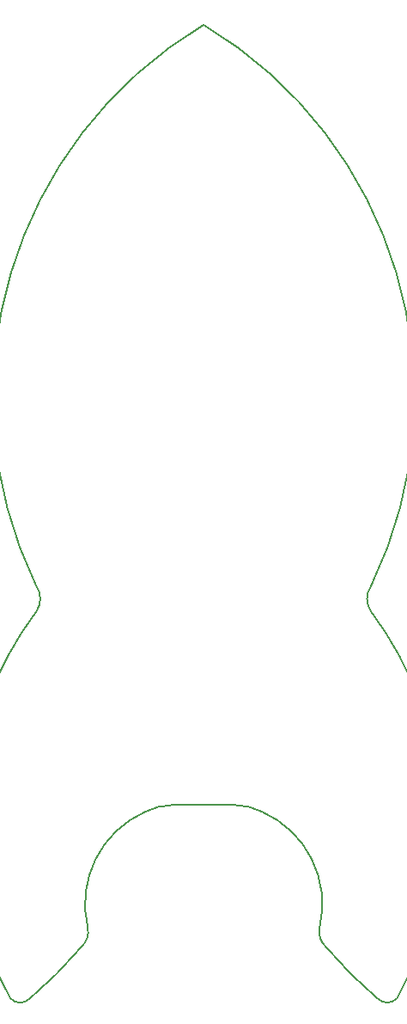
<source format=gko>
%TF.GenerationSoftware,KiCad,Pcbnew,5.1.0*%
%TF.CreationDate,2019-05-24T21:58:45+02:00*%
%TF.ProjectId,c4-blinkenrocket,63342d62-6c69-46e6-9b65-6e726f636b65,rev?*%
%TF.SameCoordinates,PX5f5e100PY8f0d180*%
%TF.FileFunction,Profile,NP*%
%FSLAX46Y46*%
G04 Gerber Fmt 4.6, Leading zero omitted, Abs format (unit mm)*
G04 Created by KiCad (PCBNEW 5.1.0) date 2019-05-24 21:58:45*
%MOMM*%
%LPD*%
G04 APERTURE LIST*
%ADD10C,0.150000*%
G04 APERTURE END LIST*
D10*
X8493601Y41400284D02*
G75*
G02X8493600Y38860285I-1813748J-1269999D01*
G01*
X8493601Y38860285D02*
G75*
G03X5953600Y760285I28064427J-21005629D01*
G01*
X13573600Y7745285D02*
G75*
G02X19288600Y19175285I9668372J2309564D01*
G01*
X21828600Y19810285D02*
X28178600Y19810285D01*
X28178600Y19810285D02*
G75*
G02X30718600Y19175285I-162149J-6046100D01*
G01*
X25003600Y96645284D02*
G75*
G02X41513600Y41400285I-21889669J-36631251D01*
G01*
X41513600Y41400285D02*
G75*
G03X41513600Y38860285I1813748J-1270000D01*
G01*
X41513600Y38860284D02*
G75*
G02X44053600Y760285I-28064427J-21005628D01*
G01*
X44053599Y760285D02*
G75*
G02X42148600Y760285I-952499J922906D01*
G01*
X42148600Y760285D02*
G75*
G02X37068600Y5840285I27666882J32746882D01*
G01*
X37068600Y5840284D02*
G75*
G02X36433600Y7745285I1332279J1502427D01*
G01*
X36433601Y7745286D02*
G75*
G03X30718600Y19175285I-9668372J2309563D01*
G01*
X21828600Y19810285D02*
G75*
G03X19288600Y19175285I162150J-6046100D01*
G01*
X25003601Y96645286D02*
G75*
G03X8493600Y41400285I21889669J-36631253D01*
G01*
X5953601Y760285D02*
G75*
G03X7858600Y760285I952499J922906D01*
G01*
X12938600Y5840285D02*
G75*
G03X13573600Y7745285I-1332278J1502426D01*
G01*
X7858600Y760285D02*
G75*
G03X12938600Y5840285I-27666882J32746882D01*
G01*
M02*

</source>
